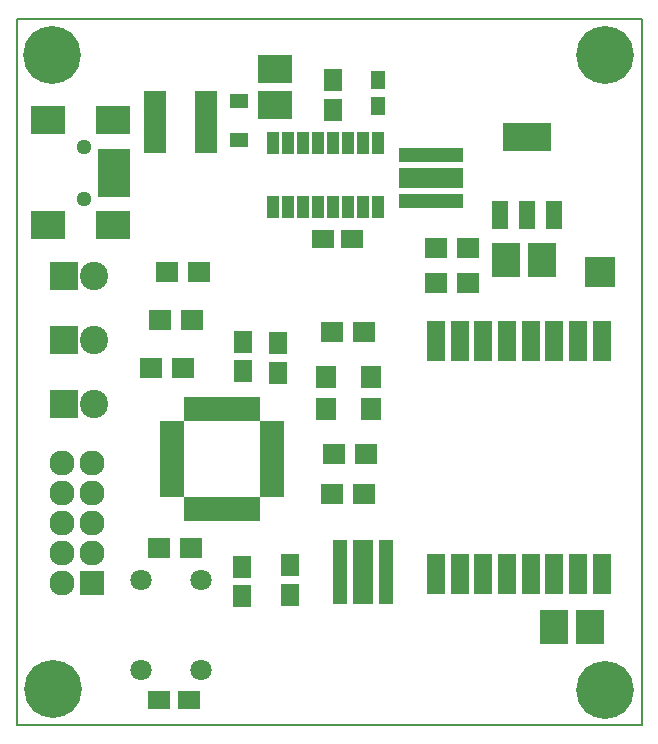
<source format=gts>
G04 #@! TF.FileFunction,Soldermask,Top*
%FSLAX46Y46*%
G04 Gerber Fmt 4.6, Leading zero omitted, Abs format (unit mm)*
G04 Created by KiCad (PCBNEW 4.1.0-alpha+201606210817+6944~45~ubuntu14.04.1-product) date Wed Jun 22 14:01:10 2016*
%MOMM*%
%LPD*%
G01*
G04 APERTURE LIST*
%ADD10C,0.100000*%
%ADD11C,0.150000*%
%ADD12C,4.900000*%
%ADD13R,1.900000X1.650000*%
%ADD14R,2.701240X0.900380*%
%ADD15R,2.899360X2.398980*%
%ADD16C,1.299160*%
%ADD17R,1.650000X1.900000*%
%ADD18R,2.350720X2.899360*%
%ADD19R,2.127200X2.127200*%
%ADD20O,2.127200X2.127200*%
%ADD21R,0.950000X2.000000*%
%ADD22R,2.000000X0.950000*%
%ADD23R,2.635200X2.635200*%
%ADD24R,1.900000X1.700000*%
%ADD25R,1.700000X1.900000*%
%ADD26C,1.797000*%
%ADD27R,1.600000X3.400000*%
%ADD28R,1.000000X1.900000*%
%ADD29R,4.057600X2.432000*%
%ADD30R,1.416000X2.432000*%
%ADD31R,2.400000X2.400000*%
%ADD32C,2.400000*%
%ADD33R,1.860000X5.240000*%
%ADD34R,1.300000X1.600000*%
%ADD35R,1.620000X1.310000*%
%ADD36R,1.200000X5.500000*%
%ADD37R,1.700000X5.500000*%
%ADD38R,5.500000X1.200000*%
%ADD39R,5.500000X1.700000*%
%ADD40R,2.899360X2.350720*%
G04 APERTURE END LIST*
D10*
D11*
X113792000Y-57023000D02*
X113919000Y-57023000D01*
X113792000Y-116840000D02*
X113792000Y-57023000D01*
X166751000Y-116840000D02*
X113792000Y-116840000D01*
X166751000Y-57023000D02*
X166751000Y-116840000D01*
X113919000Y-57023000D02*
X166751000Y-57023000D01*
D12*
X116890800Y-113792000D03*
X163652200Y-113842800D03*
X163652200Y-60121800D03*
D13*
X139720000Y-75692000D03*
X142220000Y-75692000D03*
D14*
X122067320Y-68440300D03*
X122067320Y-69240400D03*
X122067320Y-70040500D03*
X122067320Y-70840600D03*
X122067320Y-71640700D03*
D15*
X121968260Y-65590420D03*
X116469160Y-65590420D03*
X121968260Y-74490580D03*
X116469160Y-74490580D03*
D16*
X119468900Y-67840860D03*
X119468900Y-72240140D03*
D17*
X136906000Y-103271000D03*
X136906000Y-105771000D03*
X135890000Y-84475000D03*
X135890000Y-86975000D03*
X132842000Y-105898000D03*
X132842000Y-103398000D03*
X132969000Y-84348000D03*
X132969000Y-86848000D03*
D13*
X128351600Y-114706400D03*
X125851600Y-114706400D03*
D18*
X158242000Y-77470000D03*
X155194000Y-77470000D03*
D19*
X120142000Y-104775000D03*
D20*
X117602000Y-104775000D03*
X120142000Y-102235000D03*
X117602000Y-102235000D03*
X120142000Y-99695000D03*
X117602000Y-99695000D03*
X120142000Y-97155000D03*
X117602000Y-97155000D03*
X120142000Y-94615000D03*
X117602000Y-94615000D03*
D21*
X128372981Y-98513095D03*
X129172981Y-98513095D03*
X129972981Y-98513095D03*
X130772981Y-98513095D03*
X131572981Y-98513095D03*
X132372981Y-98513095D03*
X133172981Y-98513095D03*
X133972981Y-98513095D03*
D22*
X135422981Y-97063095D03*
X135422981Y-96263095D03*
X135422981Y-95463095D03*
X135422981Y-94663095D03*
X135422981Y-93863095D03*
X135422981Y-93063095D03*
X135422981Y-92263095D03*
X135422981Y-91463095D03*
D21*
X133972981Y-90013095D03*
X133172981Y-90013095D03*
X132372981Y-90013095D03*
X131572981Y-90013095D03*
X130772981Y-90013095D03*
X129972981Y-90013095D03*
X129172981Y-90013095D03*
X128372981Y-90013095D03*
D22*
X126922981Y-91463095D03*
X126922981Y-92263095D03*
X126922981Y-93063095D03*
X126922981Y-93863095D03*
X126922981Y-94663095D03*
X126922981Y-95463095D03*
X126922981Y-96263095D03*
X126922981Y-97063095D03*
D23*
X163195000Y-78486000D03*
D24*
X128553200Y-101803200D03*
X125853200Y-101803200D03*
D25*
X140030800Y-87336674D03*
X140030800Y-90036674D03*
D24*
X143209000Y-83566000D03*
X140509000Y-83566000D03*
X143336000Y-93853000D03*
X140636000Y-93853000D03*
D25*
X143840800Y-90036674D03*
X143840800Y-87336674D03*
D24*
X140509000Y-97282000D03*
X143209000Y-97282000D03*
D26*
X124307600Y-104546400D03*
X129387600Y-104546400D03*
X124307600Y-112166400D03*
X129387600Y-112166400D03*
D27*
X149321000Y-104016000D03*
X151321000Y-104016000D03*
X153321000Y-104016000D03*
X155321000Y-104016000D03*
X157321000Y-104016000D03*
X159321000Y-104016000D03*
X161321000Y-104016000D03*
X163321000Y-104016000D03*
X163321000Y-84316000D03*
X161321000Y-84316000D03*
X159321000Y-84316000D03*
X157321000Y-84316000D03*
X155321000Y-84316000D03*
X153321000Y-84316000D03*
X151321000Y-84316000D03*
X149321000Y-84316000D03*
D28*
X135509000Y-72931000D03*
X136779000Y-72931000D03*
X138049000Y-72931000D03*
X139319000Y-72931000D03*
X140589000Y-72931000D03*
X141859000Y-72931000D03*
X143129000Y-72931000D03*
X144399000Y-72931000D03*
X144399000Y-67531000D03*
X143129000Y-67531000D03*
X141859000Y-67531000D03*
X140589000Y-67531000D03*
X139319000Y-67531000D03*
X138049000Y-67531000D03*
X136779000Y-67531000D03*
X135509000Y-67531000D03*
D29*
X156972000Y-67056000D03*
D30*
X156972000Y-73660000D03*
X159258000Y-73660000D03*
X154686000Y-73660000D03*
D31*
X117830600Y-78790800D03*
D32*
X120370600Y-78790800D03*
D31*
X117805200Y-84175600D03*
D32*
X120345200Y-84175600D03*
D31*
X117830600Y-89636600D03*
D32*
X120370600Y-89636600D03*
D24*
X126539000Y-78486000D03*
X129239000Y-78486000D03*
X125904000Y-82550000D03*
X128604000Y-82550000D03*
X125142000Y-86614000D03*
X127842000Y-86614000D03*
D33*
X125548500Y-65722500D03*
X129848500Y-65722500D03*
D17*
X140589000Y-62199200D03*
X140589000Y-64699200D03*
D34*
X144399000Y-62230000D03*
X144399000Y-64430000D03*
D24*
X151972000Y-79375000D03*
X149272000Y-79375000D03*
X152019000Y-76454000D03*
X149319000Y-76454000D03*
D35*
X132588000Y-67246500D03*
X132588000Y-63976500D03*
D36*
X145104400Y-103835200D03*
D37*
X143154400Y-103835200D03*
D36*
X141204400Y-103835200D03*
D38*
X148844000Y-68535000D03*
D39*
X148844000Y-70485000D03*
D38*
X148844000Y-72435000D03*
D40*
X135686800Y-64287400D03*
X135686800Y-61239400D03*
D18*
X162331400Y-108483400D03*
X159283400Y-108483400D03*
D12*
X116789200Y-60096400D03*
M02*

</source>
